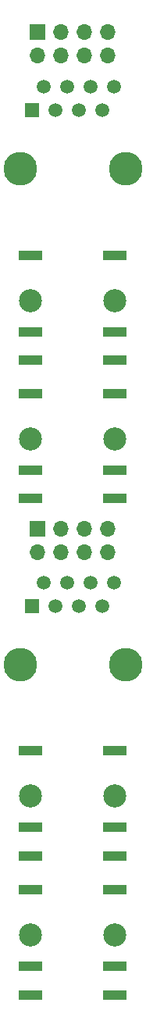
<source format=gbr>
%TF.GenerationSoftware,KiCad,Pcbnew,(6.0.11)*%
%TF.CreationDate,2023-01-29T15:15:52+00:00*%
%TF.ProjectId,Quadraphone_Breakout_Controls,51756164-7261-4706-986f-6e655f427265,rev?*%
%TF.SameCoordinates,Original*%
%TF.FileFunction,Soldermask,Bot*%
%TF.FilePolarity,Negative*%
%FSLAX46Y46*%
G04 Gerber Fmt 4.6, Leading zero omitted, Abs format (unit mm)*
G04 Created by KiCad (PCBNEW (6.0.11)) date 2023-01-29 15:15:52*
%MOMM*%
%LPD*%
G01*
G04 APERTURE LIST*
%ADD10C,3.650000*%
%ADD11R,1.500000X1.500000*%
%ADD12C,1.500000*%
%ADD13C,2.500000*%
%ADD14R,2.500000X1.000000*%
%ADD15R,1.700000X1.700000*%
%ADD16O,1.700000X1.700000*%
G04 APERTURE END LIST*
D10*
%TO.C,J1*%
X65160000Y-66700000D03*
X53730000Y-66700000D03*
D11*
X55000000Y-60350000D03*
D12*
X56270000Y-57810000D03*
X57540000Y-60350000D03*
X58810000Y-57810000D03*
X60080000Y-60350000D03*
X61350000Y-57810000D03*
X62620000Y-60350000D03*
X63890000Y-57810000D03*
%TD*%
D13*
%TO.C,J10*%
X64000000Y-149800000D03*
D14*
X64000000Y-156280000D03*
X64000000Y-153180000D03*
X64000000Y-144880000D03*
%TD*%
D10*
%TO.C,J2*%
X53730000Y-120500000D03*
X65160000Y-120500000D03*
D11*
X55000000Y-114150000D03*
D12*
X56270000Y-111610000D03*
X57540000Y-114150000D03*
X58810000Y-111610000D03*
X60080000Y-114150000D03*
X61350000Y-111610000D03*
X62620000Y-114150000D03*
X63890000Y-111610000D03*
%TD*%
D15*
%TO.C,J12*%
X55600000Y-105725000D03*
D16*
X55600000Y-108265000D03*
X58140000Y-105725000D03*
X58140000Y-108265000D03*
X60680000Y-105725000D03*
X60680000Y-108265000D03*
X63220000Y-105725000D03*
X63220000Y-108265000D03*
%TD*%
D13*
%TO.C,J6*%
X64000000Y-96000000D03*
D14*
X64000000Y-102480000D03*
X64000000Y-99380000D03*
X64000000Y-91080000D03*
%TD*%
D13*
%TO.C,J9*%
X54800000Y-149800000D03*
D14*
X54800000Y-156280000D03*
X54800000Y-153180000D03*
X54800000Y-144880000D03*
%TD*%
D13*
%TO.C,J5*%
X54800000Y-96000000D03*
D14*
X54800000Y-102480000D03*
X54800000Y-99380000D03*
X54800000Y-91080000D03*
%TD*%
D13*
%TO.C,J4*%
X64000000Y-81000000D03*
D14*
X64000000Y-87480000D03*
X64000000Y-84380000D03*
X64000000Y-76080000D03*
%TD*%
D13*
%TO.C,J7*%
X54800000Y-134700000D03*
D14*
X54800000Y-141180000D03*
X54800000Y-138080000D03*
X54800000Y-129780000D03*
%TD*%
D15*
%TO.C,J11*%
X55600000Y-51925000D03*
D16*
X55600000Y-54465000D03*
X58140000Y-51925000D03*
X58140000Y-54465000D03*
X60680000Y-51925000D03*
X60680000Y-54465000D03*
X63220000Y-51925000D03*
X63220000Y-54465000D03*
%TD*%
D13*
%TO.C,J3*%
X54800000Y-81000000D03*
D14*
X54800000Y-87480000D03*
X54800000Y-84380000D03*
X54800000Y-76080000D03*
%TD*%
D13*
%TO.C,J8*%
X64000000Y-134700000D03*
D14*
X64000000Y-141180000D03*
X64000000Y-138080000D03*
X64000000Y-129780000D03*
%TD*%
M02*

</source>
